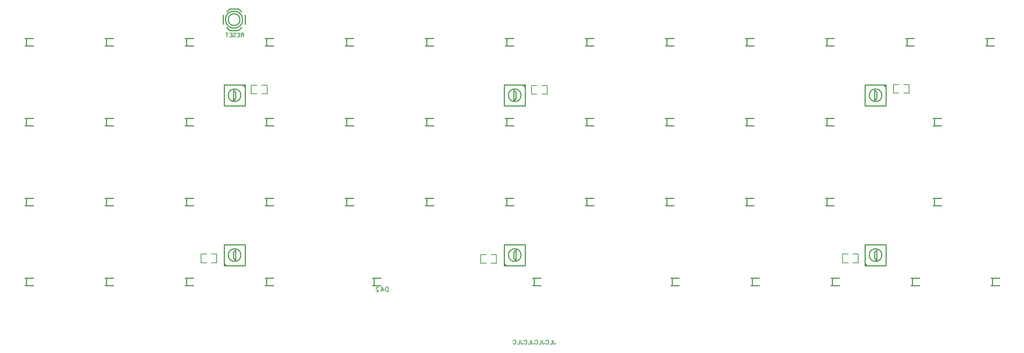
<source format=gbo>
G04 Layer: BottomSilkLayer*
G04 EasyEDA v6.3.22, 2020-02-17T18:37:01+01:00*
G04 8ef9b12feb67497680a1b9269dc6658d,26ee6207a3b842de9ca16fdba9f4f307,10*
G04 Gerber Generator version 0.2*
G04 Scale: 100 percent, Rotated: No, Reflected: No *
G04 Dimensions in millimeters *
G04 leading zeros omitted , absolute positions ,3 integer and 3 decimal *
%FSLAX33Y33*%
%MOMM*%
G90*
G71D02*

%ADD10C,0.254000*%
%ADD23C,0.199898*%
%ADD24C,0.203200*%
%ADD25C,0.152400*%

%LPD*%
G54D10*
G01X240800Y15150D02*
G01X242799Y15150D01*
G01X240800Y16950D02*
G01X242799Y16950D01*
G01X241162Y15150D02*
G01X241162Y16950D01*
G01X221750Y15150D02*
G01X223749Y15150D01*
G01X221750Y16950D02*
G01X223749Y16950D01*
G01X222112Y15150D02*
G01X222112Y16950D01*
G01X202700Y15150D02*
G01X204699Y15150D01*
G01X202700Y16950D02*
G01X204699Y16950D01*
G01X203062Y15150D02*
G01X203062Y16950D01*
G01X183650Y15150D02*
G01X185649Y15150D01*
G01X183650Y16950D02*
G01X185649Y16950D01*
G01X184012Y15150D02*
G01X184012Y16950D01*
G01X164600Y15150D02*
G01X166599Y15150D01*
G01X164600Y16950D02*
G01X166599Y16950D01*
G01X164962Y15150D02*
G01X164962Y16950D01*
G01X131715Y15171D02*
G01X133714Y15171D01*
G01X131715Y16971D02*
G01X133714Y16971D01*
G01X132077Y15171D02*
G01X132077Y16971D01*
G01X93615Y15171D02*
G01X95614Y15171D01*
G01X93615Y16971D02*
G01X95614Y16971D01*
G01X93977Y15171D02*
G01X93977Y16971D01*
G01X68090Y15150D02*
G01X70090Y15150D01*
G01X68090Y16950D02*
G01X70090Y16950D01*
G01X68452Y15150D02*
G01X68452Y16950D01*
G01X49040Y15150D02*
G01X51040Y15150D01*
G01X49040Y16950D02*
G01X51040Y16950D01*
G01X49402Y15150D02*
G01X49402Y16950D01*
G01X29990Y15150D02*
G01X31990Y15150D01*
G01X29990Y16950D02*
G01X31990Y16950D01*
G01X30352Y15150D02*
G01X30352Y16950D01*
G01X10940Y15150D02*
G01X12940Y15150D01*
G01X10940Y16950D02*
G01X12940Y16950D01*
G01X11302Y15150D02*
G01X11302Y16950D01*
G01X227000Y34200D02*
G01X228999Y34200D01*
G01X227000Y36000D02*
G01X228999Y36000D01*
G01X227362Y34200D02*
G01X227362Y36000D01*
G01X201440Y34200D02*
G01X203440Y34200D01*
G01X201440Y36000D02*
G01X203440Y36000D01*
G01X201802Y34200D02*
G01X201802Y36000D01*
G01X182390Y34200D02*
G01X184390Y34200D01*
G01X182390Y36000D02*
G01X184390Y36000D01*
G01X182752Y34200D02*
G01X182752Y36000D01*
G01X163340Y34200D02*
G01X165340Y34200D01*
G01X163340Y36000D02*
G01X165340Y36000D01*
G01X163702Y34200D02*
G01X163702Y36000D01*
G01X144290Y34200D02*
G01X146290Y34200D01*
G01X144290Y36000D02*
G01X146290Y36000D01*
G01X144652Y34200D02*
G01X144652Y36000D01*
G01X125240Y34200D02*
G01X127240Y34200D01*
G01X125240Y36000D02*
G01X127240Y36000D01*
G01X125602Y34200D02*
G01X125602Y36000D01*
G01X106190Y34200D02*
G01X108190Y34200D01*
G01X106190Y36000D02*
G01X108190Y36000D01*
G01X106552Y34200D02*
G01X106552Y36000D01*
G01X87140Y34200D02*
G01X89140Y34200D01*
G01X87140Y36000D02*
G01X89140Y36000D01*
G01X87502Y34200D02*
G01X87502Y36000D01*
G01X68090Y34200D02*
G01X70090Y34200D01*
G01X68090Y36000D02*
G01X70090Y36000D01*
G01X68452Y34200D02*
G01X68452Y36000D01*
G01X49040Y34200D02*
G01X51040Y34200D01*
G01X49040Y36000D02*
G01X51040Y36000D01*
G01X49402Y34200D02*
G01X49402Y36000D01*
G01X29990Y34200D02*
G01X31990Y34200D01*
G01X29990Y36000D02*
G01X31990Y36000D01*
G01X30352Y34200D02*
G01X30352Y36000D01*
G01X10940Y34200D02*
G01X12940Y34200D01*
G01X10940Y36000D02*
G01X12940Y36000D01*
G01X11302Y34200D02*
G01X11302Y36000D01*
G01X227000Y53250D02*
G01X228999Y53250D01*
G01X227000Y55050D02*
G01X228999Y55050D01*
G01X227362Y53250D02*
G01X227362Y55050D01*
G01X201440Y53250D02*
G01X203440Y53250D01*
G01X201440Y55050D02*
G01X203440Y55050D01*
G01X201802Y53250D02*
G01X201802Y55050D01*
G01X182390Y53250D02*
G01X184390Y53250D01*
G01X182390Y55050D02*
G01X184390Y55050D01*
G01X182752Y53250D02*
G01X182752Y55050D01*
G01X163340Y53250D02*
G01X165340Y53250D01*
G01X163340Y55050D02*
G01X165340Y55050D01*
G01X163702Y53250D02*
G01X163702Y55050D01*
G01X144290Y53250D02*
G01X146290Y53250D01*
G01X144290Y55050D02*
G01X146290Y55050D01*
G01X144652Y53250D02*
G01X144652Y55050D01*
G01X125240Y53250D02*
G01X127240Y53250D01*
G01X125240Y55050D02*
G01X127240Y55050D01*
G01X125602Y53250D02*
G01X125602Y55050D01*
G01X106190Y53250D02*
G01X108190Y53250D01*
G01X106190Y55050D02*
G01X108190Y55050D01*
G01X106552Y53250D02*
G01X106552Y55050D01*
G01X87140Y53250D02*
G01X89140Y53250D01*
G01X87140Y55050D02*
G01X89140Y55050D01*
G01X87502Y53250D02*
G01X87502Y55050D01*
G01X68090Y53250D02*
G01X70090Y53250D01*
G01X68090Y55050D02*
G01X70090Y55050D01*
G01X68452Y53250D02*
G01X68452Y55050D01*
G01X49040Y53250D02*
G01X51040Y53250D01*
G01X49040Y55050D02*
G01X51040Y55050D01*
G01X49402Y53250D02*
G01X49402Y55050D01*
G01X29990Y53250D02*
G01X31990Y53250D01*
G01X29990Y55050D02*
G01X31990Y55050D01*
G01X30352Y53250D02*
G01X30352Y55050D01*
G01X10940Y53250D02*
G01X12940Y53250D01*
G01X10940Y55050D02*
G01X12940Y55050D01*
G01X11302Y53250D02*
G01X11302Y55050D01*
G01X239540Y72300D02*
G01X241540Y72300D01*
G01X239540Y74100D02*
G01X241540Y74100D01*
G01X239902Y72300D02*
G01X239902Y74100D01*
G01X220490Y72300D02*
G01X222490Y72300D01*
G01X220490Y74100D02*
G01X222490Y74100D01*
G01X220852Y72300D02*
G01X220852Y74100D01*
G01X201440Y72300D02*
G01X203440Y72300D01*
G01X201440Y74100D02*
G01X203440Y74100D01*
G01X201802Y72300D02*
G01X201802Y74100D01*
G01X182390Y72300D02*
G01X184390Y72300D01*
G01X182390Y74100D02*
G01X184390Y74100D01*
G01X182752Y72300D02*
G01X182752Y74100D01*
G01X163340Y72300D02*
G01X165340Y72300D01*
G01X163340Y74100D02*
G01X165340Y74100D01*
G01X163702Y72300D02*
G01X163702Y74100D01*
G01X144290Y72300D02*
G01X146290Y72300D01*
G01X144290Y74100D02*
G01X146290Y74100D01*
G01X144652Y72300D02*
G01X144652Y74100D01*
G01X125240Y72300D02*
G01X127240Y72300D01*
G01X125240Y74100D02*
G01X127240Y74100D01*
G01X125602Y72300D02*
G01X125602Y74100D01*
G01X106190Y72300D02*
G01X108190Y72300D01*
G01X106190Y74100D02*
G01X108190Y74100D01*
G01X106552Y72300D02*
G01X106552Y74100D01*
G01X87140Y72300D02*
G01X89140Y72300D01*
G01X87140Y74100D02*
G01X89140Y74100D01*
G01X87502Y72300D02*
G01X87502Y74100D01*
G01X68090Y72300D02*
G01X70090Y72300D01*
G01X68090Y74100D02*
G01X70090Y74100D01*
G01X68452Y72300D02*
G01X68452Y74100D01*
G01X49040Y72300D02*
G01X51040Y72300D01*
G01X49040Y74100D02*
G01X51040Y74100D01*
G01X49402Y72300D02*
G01X49402Y74100D01*
G01X29990Y72300D02*
G01X31990Y72300D01*
G01X29990Y74100D02*
G01X31990Y74100D01*
G01X30352Y72300D02*
G01X30352Y74100D01*
G01X10940Y72300D02*
G01X12940Y72300D01*
G01X10940Y74100D02*
G01X12940Y74100D01*
G01X11302Y72300D02*
G01X11302Y74100D01*
G01X58333Y19921D02*
G01X63332Y19921D01*
G01X63332Y24921D01*
G01X58333Y24921D01*
G01X58333Y19921D01*
G01X61082Y23670D02*
G01X61082Y21171D01*
G01X60582Y21671D01*
G01X60582Y23171D01*
G01X61082Y23670D01*
G01X58832Y19921D02*
G01X58333Y20421D01*
G01X125000Y19920D02*
G01X129999Y19920D01*
G01X129999Y24920D01*
G01X125000Y24920D01*
G01X125000Y19920D01*
G01X127749Y23670D02*
G01X127749Y21170D01*
G01X127249Y21670D01*
G01X127249Y23170D01*
G01X127749Y23670D01*
G01X125499Y19920D02*
G01X125000Y20420D01*
G01X210860Y19921D02*
G01X215859Y19921D01*
G01X215859Y24921D01*
G01X210860Y24921D01*
G01X210860Y19921D01*
G01X213609Y23670D02*
G01X213609Y21171D01*
G01X213109Y21671D01*
G01X213109Y23171D01*
G01X213609Y23670D01*
G01X211359Y19921D02*
G01X210860Y20421D01*
G01X215859Y63020D02*
G01X210860Y63020D01*
G01X210860Y58020D01*
G01X215859Y58020D01*
G01X215859Y63020D01*
G01X213110Y59271D02*
G01X213110Y61770D01*
G01X213610Y61271D01*
G01X213610Y59770D01*
G01X213110Y59271D01*
G01X215360Y63020D02*
G01X215859Y62521D01*
G01X129999Y63020D02*
G01X125000Y63020D01*
G01X125000Y58020D01*
G01X129999Y58020D01*
G01X129999Y63020D01*
G01X127250Y59271D02*
G01X127250Y61770D01*
G01X127750Y61271D01*
G01X127750Y59770D01*
G01X127250Y59271D01*
G01X129500Y63020D02*
G01X129999Y62521D01*
G01X63332Y63020D02*
G01X58333Y63020D01*
G01X58333Y58020D01*
G01X63332Y58020D01*
G01X63332Y63020D01*
G01X60583Y59271D02*
G01X60583Y61770D01*
G01X61083Y61271D01*
G01X61083Y59770D01*
G01X60583Y59271D01*
G01X62833Y63020D02*
G01X63332Y62521D01*
G01X59720Y75954D02*
G01X61772Y75954D01*
G01X63305Y77539D02*
G01X63305Y79539D01*
G01X58105Y77555D02*
G01X58105Y79555D01*
G01X61727Y81155D02*
G01X59689Y81155D01*
G01X61772Y75954D02*
G01X61772Y76005D01*
G01X62475Y76708D01*
G01X63252Y77485D02*
G01X63305Y77539D01*
G01X63305Y79539D02*
G01X63305Y79576D01*
G01X63257Y79624D01*
G01X62475Y80406D02*
G01X61727Y81155D01*
G01X58105Y77555D02*
G01X58120Y77555D01*
G01X58190Y77485D01*
G01X58936Y76739D02*
G01X59720Y75954D01*
G01X58105Y79555D02*
G01X58105Y79571D01*
G01X58159Y79624D01*
G01X58936Y80401D02*
G01X59689Y81155D01*
G54D23*
G01X66120Y60883D02*
G01X64800Y60883D01*
G01X64800Y62953D01*
G01X66120Y62953D01*
G01X67252Y60883D02*
G01X68572Y60883D01*
G01X68572Y62953D01*
G01X67252Y62953D01*
G01X55291Y22693D02*
G01X56611Y22693D01*
G01X56611Y20623D01*
G01X55291Y20623D01*
G01X54159Y22693D02*
G01X52839Y22693D01*
G01X52839Y20623D01*
G01X54159Y20623D01*
G01X121839Y22566D02*
G01X123159Y22566D01*
G01X123159Y20496D01*
G01X121839Y20496D01*
G01X120707Y22566D02*
G01X119387Y22566D01*
G01X119387Y20496D01*
G01X120707Y20496D01*
G01X207945Y22693D02*
G01X209265Y22693D01*
G01X209265Y20623D01*
G01X207945Y20623D01*
G01X206813Y22693D02*
G01X205493Y22693D01*
G01X205493Y20623D01*
G01X206813Y20623D01*
G01X218901Y61010D02*
G01X217581Y61010D01*
G01X217581Y63080D01*
G01X218901Y63080D01*
G01X220033Y61010D02*
G01X221353Y61010D01*
G01X221353Y63080D01*
G01X220033Y63080D01*
G01X132795Y60756D02*
G01X131475Y60756D01*
G01X131475Y62826D01*
G01X132795Y62826D01*
G01X133927Y60756D02*
G01X135247Y60756D01*
G01X135247Y62826D01*
G01X133927Y62826D01*
G54D24*
G01X136705Y2138D02*
G01X136705Y1411D01*
G01X136750Y1274D01*
G01X136796Y1229D01*
G01X136887Y1183D01*
G01X136978Y1183D01*
G01X137069Y1229D01*
G01X137114Y1274D01*
G01X137160Y1411D01*
G01X137160Y1502D01*
G01X136405Y2138D02*
G01X136405Y1183D01*
G01X136405Y1183D02*
G01X135860Y1183D01*
G01X134878Y1911D02*
G01X134923Y2002D01*
G01X135014Y2093D01*
G01X135105Y2138D01*
G01X135287Y2138D01*
G01X135378Y2093D01*
G01X135469Y2002D01*
G01X135514Y1911D01*
G01X135560Y1774D01*
G01X135560Y1547D01*
G01X135514Y1411D01*
G01X135469Y1320D01*
G01X135378Y1229D01*
G01X135287Y1183D01*
G01X135105Y1183D01*
G01X135014Y1229D01*
G01X134923Y1320D01*
G01X134878Y1411D01*
G01X134123Y2138D02*
G01X134123Y1411D01*
G01X134169Y1274D01*
G01X134214Y1229D01*
G01X134305Y1183D01*
G01X134396Y1183D01*
G01X134487Y1229D01*
G01X134532Y1274D01*
G01X134578Y1411D01*
G01X134578Y1502D01*
G01X133823Y2138D02*
G01X133823Y1183D01*
G01X133823Y1183D02*
G01X133278Y1183D01*
G01X132296Y1911D02*
G01X132341Y2002D01*
G01X132432Y2093D01*
G01X132523Y2138D01*
G01X132705Y2138D01*
G01X132796Y2093D01*
G01X132887Y2002D01*
G01X132932Y1911D01*
G01X132978Y1774D01*
G01X132978Y1547D01*
G01X132932Y1411D01*
G01X132887Y1320D01*
G01X132796Y1229D01*
G01X132705Y1183D01*
G01X132523Y1183D01*
G01X132432Y1229D01*
G01X132341Y1320D01*
G01X132296Y1411D01*
G01X131541Y2138D02*
G01X131541Y1411D01*
G01X131587Y1274D01*
G01X131632Y1229D01*
G01X131723Y1183D01*
G01X131814Y1183D01*
G01X131905Y1229D01*
G01X131950Y1274D01*
G01X131996Y1411D01*
G01X131996Y1502D01*
G01X131241Y2138D02*
G01X131241Y1183D01*
G01X131241Y1183D02*
G01X130696Y1183D01*
G01X129714Y1911D02*
G01X129759Y2002D01*
G01X129850Y2093D01*
G01X129941Y2138D01*
G01X130123Y2138D01*
G01X130214Y2093D01*
G01X130305Y2002D01*
G01X130350Y1911D01*
G01X130396Y1774D01*
G01X130396Y1547D01*
G01X130350Y1411D01*
G01X130305Y1320D01*
G01X130214Y1229D01*
G01X130123Y1183D01*
G01X129941Y1183D01*
G01X129850Y1229D01*
G01X129759Y1320D01*
G01X129714Y1411D01*
G01X128959Y2138D02*
G01X128959Y1411D01*
G01X129005Y1274D01*
G01X129050Y1229D01*
G01X129141Y1183D01*
G01X129232Y1183D01*
G01X129323Y1229D01*
G01X129369Y1274D01*
G01X129414Y1411D01*
G01X129414Y1502D01*
G01X128659Y2138D02*
G01X128659Y1183D01*
G01X128659Y1183D02*
G01X128114Y1183D01*
G01X127132Y1911D02*
G01X127178Y2002D01*
G01X127269Y2093D01*
G01X127359Y2138D01*
G01X127541Y2138D01*
G01X127632Y2093D01*
G01X127723Y2002D01*
G01X127769Y1911D01*
G01X127814Y1774D01*
G01X127814Y1547D01*
G01X127769Y1411D01*
G01X127723Y1320D01*
G01X127632Y1229D01*
G01X127541Y1183D01*
G01X127359Y1183D01*
G01X127269Y1229D01*
G01X127178Y1320D01*
G01X127132Y1411D01*
G01X62964Y75380D02*
G01X62964Y74424D01*
G01X62964Y75380D02*
G01X62555Y75380D01*
G01X62417Y75334D01*
G01X62372Y75288D01*
G01X62326Y75197D01*
G01X62326Y75105D01*
G01X62372Y75016D01*
G01X62417Y74971D01*
G01X62555Y74925D01*
G01X62964Y74925D01*
G01X62646Y74925D02*
G01X62326Y74424D01*
G01X62026Y75380D02*
G01X62026Y74424D01*
G01X62026Y75380D02*
G01X61437Y75380D01*
G01X62026Y74925D02*
G01X61663Y74925D01*
G01X62026Y74424D02*
G01X61437Y74424D01*
G01X60500Y75242D02*
G01X60591Y75334D01*
G01X60728Y75380D01*
G01X60909Y75380D01*
G01X61046Y75334D01*
G01X61137Y75242D01*
G01X61137Y75151D01*
G01X61092Y75059D01*
G01X61046Y75016D01*
G01X60954Y74971D01*
G01X60683Y74879D01*
G01X60591Y74833D01*
G01X60546Y74788D01*
G01X60500Y74696D01*
G01X60500Y74562D01*
G01X60591Y74470D01*
G01X60728Y74424D01*
G01X60909Y74424D01*
G01X61046Y74470D01*
G01X61137Y74562D01*
G01X60200Y75380D02*
G01X60200Y74424D01*
G01X60200Y75380D02*
G01X59608Y75380D01*
G01X60200Y74925D02*
G01X59837Y74925D01*
G01X60200Y74424D02*
G01X59608Y74424D01*
G01X58991Y75380D02*
G01X58991Y74424D01*
G01X59309Y75380D02*
G01X58674Y75380D01*
G54D25*
G01X97411Y14816D02*
G01X97411Y13726D01*
G01X97411Y14816D02*
G01X97047Y14816D01*
G01X96890Y14765D01*
G01X96788Y14661D01*
G01X96735Y14557D01*
G01X96684Y14402D01*
G01X96684Y14140D01*
G01X96735Y13985D01*
G01X96788Y13881D01*
G01X96890Y13777D01*
G01X97047Y13726D01*
G01X97411Y13726D01*
G01X95821Y14816D02*
G01X96341Y14089D01*
G01X95562Y14089D01*
G01X95821Y14816D02*
G01X95821Y13726D01*
G01X95165Y14557D02*
G01X95165Y14607D01*
G01X95114Y14712D01*
G01X95061Y14765D01*
G01X94960Y14816D01*
G01X94751Y14816D01*
G01X94647Y14765D01*
G01X94594Y14712D01*
G01X94543Y14607D01*
G01X94543Y14503D01*
G01X94594Y14402D01*
G01X94698Y14244D01*
G01X95219Y13726D01*
G01X94490Y13726D01*
G54D10*
G75*
G01X62333Y22421D02*
G03X62333Y22421I-1500J0D01*
G01*
G75*
G01X129000Y22420D02*
G03X129000Y22420I-1500J0D01*
G01*
G75*
G01X214860Y22421D02*
G03X214860Y22421I-1500J0D01*
G01*
G75*
G01X214860Y60521D02*
G03X214860Y60521I-1500J0D01*
G01*
G75*
G01X129000Y60521D02*
G03X129000Y60521I-1500J0D01*
G01*
G75*
G01X62333Y60521D02*
G03X62333Y60521I-1500J0D01*
G01*
G75*
G01X62738Y78555D02*
G03X62738Y78555I-2032J0D01*
G01*
G75*
G01X62103Y78555D02*
G03X62103Y78555I-1397J0D01*
G01*
M00*
M02*

</source>
